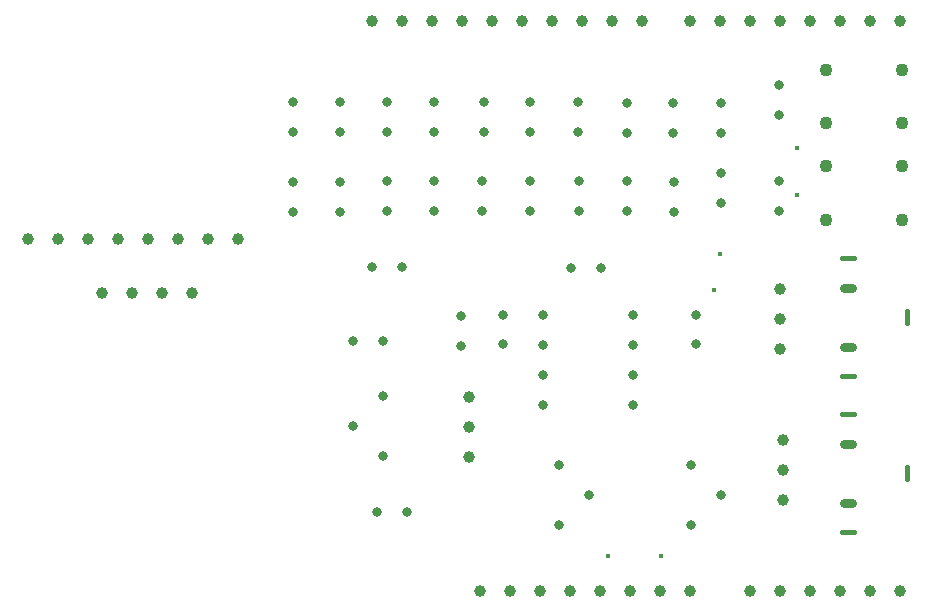
<source format=gbr>
%TF.GenerationSoftware,KiCad,Pcbnew,9.0.7*%
%TF.CreationDate,2026-02-04T01:14:56-07:00*%
%TF.ProjectId,ShieldV1,53686965-6c64-4563-912e-6b696361645f,rev?*%
%TF.SameCoordinates,Original*%
%TF.FileFunction,Plated,1,2,PTH,Mixed*%
%TF.FilePolarity,Positive*%
%FSLAX46Y46*%
G04 Gerber Fmt 4.6, Leading zero omitted, Abs format (unit mm)*
G04 Created by KiCad (PCBNEW 9.0.7) date 2026-02-04 01:14:56*
%MOMM*%
%LPD*%
G01*
G04 APERTURE LIST*
%TA.AperFunction,ViaDrill*%
%ADD10C,0.400000*%
%TD*%
G04 aperture for slot hole*
%TA.AperFunction,ComponentDrill*%
%ADD11C,0.400000*%
%TD*%
%TA.AperFunction,ComponentDrill*%
%ADD12C,0.800000*%
%TD*%
G04 aperture for slot hole*
%TA.AperFunction,ComponentDrill*%
%ADD13C,0.800000*%
%TD*%
%TA.AperFunction,ComponentDrill*%
%ADD14C,1.000000*%
%TD*%
%TA.AperFunction,ComponentDrill*%
%ADD15C,1.100000*%
%TD*%
G04 APERTURE END LIST*
D10*
X138762000Y-94500000D03*
X143262000Y-94500000D03*
X147762000Y-72000000D03*
X148262000Y-69000000D03*
X154762000Y-60000000D03*
X154762000Y-64000000D03*
D11*
%TO.C,J11*%
X158590000Y-69330000D02*
X159590000Y-69330000D01*
X159590000Y-79330000D02*
X158590000Y-79330000D01*
%TO.C,J10*%
X158590000Y-82540000D02*
X159590000Y-82540000D01*
X159590000Y-92540000D02*
X158590000Y-92540000D01*
%TO.C,J11*%
X164090000Y-73830000D02*
X164090000Y-74830000D01*
%TO.C,J10*%
X164090000Y-87040000D02*
X164090000Y-88040000D01*
D12*
%TO.C,R21*%
X112090000Y-62840000D03*
X112090000Y-65380000D03*
%TO.C,R22*%
X112130000Y-56110000D03*
X112130000Y-58650000D03*
%TO.C,R19*%
X116080000Y-62840000D03*
X116080000Y-65380000D03*
%TO.C,R20*%
X116090000Y-56130000D03*
X116090000Y-58670000D03*
%TO.C,RV3*%
X117165000Y-83540000D03*
%TO.C,R25*%
X117180000Y-76360000D03*
%TO.C,R23*%
X118830000Y-70040000D03*
%TO.C,R26*%
X119260000Y-90790000D03*
%TO.C,RV3*%
X119705000Y-81000000D03*
X119705000Y-86080000D03*
%TO.C,R25*%
X119720000Y-76360000D03*
%TO.C,R17*%
X120030000Y-62800000D03*
X120030000Y-65340000D03*
%TO.C,R18*%
X120050000Y-56130000D03*
X120050000Y-58670000D03*
%TO.C,R23*%
X121370000Y-70040000D03*
%TO.C,R26*%
X121800000Y-90790000D03*
%TO.C,R16*%
X124070000Y-56110000D03*
X124070000Y-58650000D03*
%TO.C,R15*%
X124070000Y-62810000D03*
X124070000Y-65350000D03*
%TO.C,R24*%
X126360000Y-74240000D03*
X126360000Y-76780000D03*
%TO.C,R13*%
X128150000Y-62820000D03*
X128150000Y-65360000D03*
%TO.C,R14*%
X128262000Y-56080000D03*
X128262000Y-58620000D03*
%TO.C,C2*%
X129890000Y-74100000D03*
X129890000Y-76600000D03*
%TO.C,R12*%
X132180000Y-56080000D03*
X132180000Y-58620000D03*
%TO.C,R11*%
X132180000Y-62770000D03*
X132180000Y-65310000D03*
%TO.C,U1*%
X133300000Y-74170000D03*
X133300000Y-76710000D03*
X133300000Y-79250000D03*
X133300000Y-81790000D03*
%TO.C,RV1*%
X134610000Y-86870000D03*
X134610000Y-91950000D03*
%TO.C,R27*%
X135640000Y-70180000D03*
%TO.C,R10*%
X136270000Y-56110000D03*
X136270000Y-58650000D03*
%TO.C,R9*%
X136350000Y-62810000D03*
X136350000Y-65350000D03*
%TO.C,RV1*%
X137150000Y-89410000D03*
%TO.C,R27*%
X138180000Y-70180000D03*
%TO.C,R7*%
X140350000Y-62820000D03*
X140350000Y-65360000D03*
%TO.C,R8*%
X140370000Y-56150000D03*
X140370000Y-58690000D03*
%TO.C,U1*%
X140920000Y-74170000D03*
X140920000Y-76710000D03*
X140920000Y-79250000D03*
X140920000Y-81790000D03*
%TO.C,R6*%
X144310000Y-56140000D03*
X144310000Y-58680000D03*
%TO.C,R5*%
X144370000Y-62850000D03*
X144370000Y-65390000D03*
%TO.C,RV2*%
X145810000Y-86870000D03*
X145810000Y-91950000D03*
%TO.C,C1*%
X146210000Y-74107620D03*
X146210000Y-76607620D03*
%TO.C,R4*%
X148320000Y-56150000D03*
X148320000Y-58690000D03*
%TO.C,R3*%
X148340000Y-62070000D03*
X148340000Y-64610000D03*
%TO.C,RV2*%
X148350000Y-89410000D03*
%TO.C,R1*%
X153220000Y-54670000D03*
X153220000Y-57210000D03*
%TO.C,R2*%
X153260000Y-62810000D03*
X153260000Y-65350000D03*
D13*
%TO.C,J11*%
X158740000Y-71830000D02*
X159440000Y-71830000D01*
X159440000Y-76830000D02*
X158740000Y-76830000D01*
%TO.C,J10*%
X158740000Y-85040000D02*
X159440000Y-85040000D01*
X159440000Y-90040000D02*
X158740000Y-90040000D01*
D14*
%TO.C,J5*%
X89680000Y-67730000D03*
X92220000Y-67730000D03*
X94760000Y-67730000D03*
%TO.C,J6*%
X95900000Y-72240000D03*
%TO.C,J5*%
X97300000Y-67730000D03*
%TO.C,J6*%
X98440000Y-72240000D03*
%TO.C,J5*%
X99840000Y-67730000D03*
%TO.C,J6*%
X100980000Y-72240000D03*
%TO.C,J5*%
X102380000Y-67730000D03*
%TO.C,J6*%
X103520000Y-72240000D03*
%TO.C,J5*%
X104920000Y-67730000D03*
X107460000Y-67730000D03*
%TO.C,J2*%
X118796000Y-49200000D03*
X121336000Y-49200000D03*
X123876000Y-49200000D03*
X126416000Y-49200000D03*
%TO.C,J9*%
X127040000Y-81090000D03*
X127040000Y-83630000D03*
X127040000Y-86170000D03*
%TO.C,J1*%
X127940000Y-97460000D03*
%TO.C,J2*%
X128956000Y-49200000D03*
%TO.C,J1*%
X130480000Y-97460000D03*
%TO.C,J2*%
X131496000Y-49200000D03*
%TO.C,J1*%
X133020000Y-97460000D03*
%TO.C,J2*%
X134036000Y-49200000D03*
%TO.C,J1*%
X135560000Y-97460000D03*
%TO.C,J2*%
X136576000Y-49200000D03*
%TO.C,J1*%
X138100000Y-97460000D03*
%TO.C,J2*%
X139116000Y-49200000D03*
%TO.C,J1*%
X140640000Y-97460000D03*
%TO.C,J2*%
X141656000Y-49200000D03*
%TO.C,J1*%
X143180000Y-97460000D03*
%TO.C,J4*%
X145720000Y-49200000D03*
%TO.C,J1*%
X145720000Y-97460000D03*
%TO.C,J4*%
X148260000Y-49200000D03*
X150800000Y-49200000D03*
%TO.C,J3*%
X150800000Y-97460000D03*
%TO.C,J7*%
X153310000Y-71920000D03*
X153310000Y-74460000D03*
X153310000Y-77000000D03*
%TO.C,J4*%
X153340000Y-49200000D03*
%TO.C,J3*%
X153340000Y-97460000D03*
%TO.C,J12*%
X153620000Y-84700000D03*
X153620000Y-87240000D03*
X153620000Y-89780000D03*
%TO.C,J4*%
X155880000Y-49200000D03*
%TO.C,J3*%
X155880000Y-97460000D03*
%TO.C,J4*%
X158420000Y-49200000D03*
%TO.C,J3*%
X158420000Y-97460000D03*
%TO.C,J4*%
X160960000Y-49200000D03*
%TO.C,J3*%
X160960000Y-97460000D03*
%TO.C,J4*%
X163500000Y-49200000D03*
%TO.C,J3*%
X163500000Y-97460000D03*
D15*
%TO.C,SW1*%
X157210000Y-53370000D03*
X157210000Y-57870000D03*
%TO.C,SW2*%
X157210000Y-61550000D03*
X157210000Y-66050000D03*
%TO.C,SW1*%
X163710000Y-53370000D03*
X163710000Y-57870000D03*
%TO.C,SW2*%
X163710000Y-61550000D03*
X163710000Y-66050000D03*
M02*

</source>
